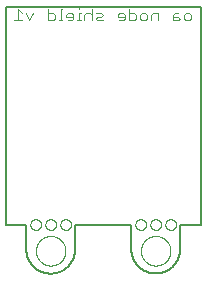
<source format=gbo>
G75*
%MOIN*%
%OFA0B0*%
%FSLAX25Y25*%
%IPPOS*%
%LPD*%
%AMOC8*
5,1,8,0,0,1.08239X$1,22.5*
%
%ADD10C,0.00500*%
%ADD11C,0.00000*%
%ADD12C,0.00300*%
D10*
X0011925Y0010080D02*
X0011925Y0017580D01*
X0005050Y0017580D01*
X0005050Y0090041D01*
X0005050Y0090080D02*
X0070001Y0090080D01*
X0070050Y0090080D02*
X0070050Y0073830D01*
X0070001Y0017580D01*
X0063175Y0017580D01*
X0063175Y0008830D01*
X0063157Y0008632D01*
X0063135Y0008435D01*
X0063108Y0008239D01*
X0063076Y0008043D01*
X0063039Y0007848D01*
X0062997Y0007654D01*
X0062951Y0007461D01*
X0062900Y0007269D01*
X0062845Y0007078D01*
X0062785Y0006889D01*
X0062720Y0006702D01*
X0062650Y0006516D01*
X0062577Y0006331D01*
X0062498Y0006149D01*
X0062416Y0005969D01*
X0062329Y0005790D01*
X0062237Y0005614D01*
X0062141Y0005440D01*
X0062042Y0005269D01*
X0061938Y0005100D01*
X0061830Y0004933D01*
X0061717Y0004770D01*
X0061601Y0004609D01*
X0061481Y0004451D01*
X0061358Y0004296D01*
X0061230Y0004143D01*
X0061099Y0003995D01*
X0060964Y0003849D01*
X0060826Y0003706D01*
X0060684Y0003568D01*
X0060539Y0003432D01*
X0060391Y0003300D01*
X0060239Y0003172D01*
X0060085Y0003047D01*
X0059927Y0002927D01*
X0059767Y0002810D01*
X0059604Y0002697D01*
X0059438Y0002588D01*
X0059269Y0002483D01*
X0059098Y0002383D01*
X0058925Y0002286D01*
X0058749Y0002194D01*
X0058571Y0002106D01*
X0058391Y0002022D01*
X0058209Y0001943D01*
X0058025Y0001869D01*
X0057840Y0001798D01*
X0057653Y0001733D01*
X0057464Y0001672D01*
X0057273Y0001615D01*
X0057082Y0001563D01*
X0056889Y0001516D01*
X0056695Y0001474D01*
X0056500Y0001436D01*
X0056305Y0001403D01*
X0056108Y0001375D01*
X0055911Y0001352D01*
X0055714Y0001333D01*
X0055516Y0001319D01*
X0055317Y0001310D01*
X0055119Y0001306D01*
X0054921Y0001307D01*
X0054722Y0001313D01*
X0054524Y0001323D01*
X0054326Y0001338D01*
X0054129Y0001358D01*
X0053932Y0001383D01*
X0053736Y0001413D01*
X0053540Y0001447D01*
X0053346Y0001486D01*
X0053152Y0001530D01*
X0052960Y0001579D01*
X0052768Y0001632D01*
X0052579Y0001690D01*
X0052390Y0001752D01*
X0052203Y0001819D01*
X0052018Y0001891D01*
X0051835Y0001967D01*
X0051654Y0002047D01*
X0051474Y0002132D01*
X0051297Y0002222D01*
X0051122Y0002315D01*
X0050949Y0002413D01*
X0050779Y0002515D01*
X0050611Y0002621D01*
X0050446Y0002731D01*
X0050284Y0002845D01*
X0050124Y0002963D01*
X0049968Y0003085D01*
X0049814Y0003211D01*
X0049664Y0003340D01*
X0049516Y0003473D01*
X0049372Y0003610D01*
X0049232Y0003750D01*
X0049094Y0003893D01*
X0048961Y0004040D01*
X0048831Y0004189D01*
X0048704Y0004342D01*
X0048582Y0004499D01*
X0048463Y0004657D01*
X0048348Y0004819D01*
X0048237Y0004984D01*
X0048130Y0005151D01*
X0048028Y0005321D01*
X0047929Y0005493D01*
X0047835Y0005668D01*
X0047744Y0005845D01*
X0047659Y0006024D01*
X0047577Y0006205D01*
X0047500Y0006387D01*
X0047428Y0006572D01*
X0047360Y0006759D01*
X0047297Y0006947D01*
X0047238Y0007136D01*
X0047184Y0007327D01*
X0047134Y0007519D01*
X0047089Y0007713D01*
X0047049Y0007907D01*
X0047014Y0008102D01*
X0046983Y0008298D01*
X0046958Y0008495D01*
X0046937Y0008693D01*
X0046921Y0008890D01*
X0046909Y0009088D01*
X0046903Y0009287D01*
X0046901Y0009485D01*
X0046904Y0009684D01*
X0046912Y0009882D01*
X0046925Y0010080D01*
X0046925Y0017580D01*
X0028175Y0017580D01*
X0028175Y0010080D01*
X0028189Y0009881D01*
X0028198Y0009681D01*
X0028203Y0009482D01*
X0028202Y0009282D01*
X0028197Y0009082D01*
X0028186Y0008883D01*
X0028171Y0008683D01*
X0028151Y0008485D01*
X0028126Y0008286D01*
X0028096Y0008089D01*
X0028062Y0007892D01*
X0028022Y0007696D01*
X0027978Y0007502D01*
X0027929Y0007308D01*
X0027875Y0007115D01*
X0027817Y0006924D01*
X0027754Y0006735D01*
X0027686Y0006547D01*
X0027614Y0006361D01*
X0027537Y0006176D01*
X0027456Y0005994D01*
X0027370Y0005813D01*
X0027280Y0005635D01*
X0027186Y0005459D01*
X0027087Y0005285D01*
X0026984Y0005114D01*
X0026877Y0004946D01*
X0026765Y0004780D01*
X0026650Y0004617D01*
X0026531Y0004456D01*
X0026408Y0004299D01*
X0026281Y0004145D01*
X0026150Y0003994D01*
X0026016Y0003846D01*
X0025878Y0003701D01*
X0025736Y0003560D01*
X0025591Y0003423D01*
X0025443Y0003289D01*
X0025292Y0003158D01*
X0025137Y0003032D01*
X0024980Y0002909D01*
X0024819Y0002790D01*
X0024656Y0002676D01*
X0024489Y0002565D01*
X0024321Y0002458D01*
X0024149Y0002355D01*
X0023975Y0002257D01*
X0023799Y0002163D01*
X0023620Y0002073D01*
X0023440Y0001988D01*
X0023257Y0001907D01*
X0023073Y0001831D01*
X0022886Y0001759D01*
X0022698Y0001692D01*
X0022508Y0001629D01*
X0022317Y0001572D01*
X0022125Y0001518D01*
X0021931Y0001470D01*
X0021736Y0001426D01*
X0021540Y0001387D01*
X0021343Y0001353D01*
X0021145Y0001324D01*
X0020947Y0001300D01*
X0020748Y0001280D01*
X0020549Y0001265D01*
X0020350Y0001256D01*
X0020150Y0001251D01*
X0019950Y0001251D01*
X0019750Y0001256D01*
X0019551Y0001265D01*
X0019352Y0001280D01*
X0019153Y0001300D01*
X0018955Y0001324D01*
X0018757Y0001353D01*
X0018560Y0001387D01*
X0018364Y0001426D01*
X0018169Y0001470D01*
X0017975Y0001518D01*
X0017783Y0001572D01*
X0017592Y0001629D01*
X0017402Y0001692D01*
X0017214Y0001759D01*
X0017027Y0001831D01*
X0016843Y0001907D01*
X0016660Y0001988D01*
X0016480Y0002073D01*
X0016301Y0002163D01*
X0016125Y0002257D01*
X0015951Y0002355D01*
X0015779Y0002458D01*
X0015611Y0002565D01*
X0015444Y0002676D01*
X0015281Y0002790D01*
X0015120Y0002909D01*
X0014963Y0003032D01*
X0014808Y0003158D01*
X0014657Y0003289D01*
X0014509Y0003423D01*
X0014364Y0003560D01*
X0014222Y0003701D01*
X0014084Y0003846D01*
X0013950Y0003994D01*
X0013819Y0004145D01*
X0013692Y0004299D01*
X0013569Y0004456D01*
X0013450Y0004617D01*
X0013335Y0004780D01*
X0013223Y0004946D01*
X0013116Y0005114D01*
X0013013Y0005285D01*
X0012914Y0005459D01*
X0012820Y0005635D01*
X0012730Y0005813D01*
X0012644Y0005994D01*
X0012563Y0006176D01*
X0012486Y0006361D01*
X0012414Y0006547D01*
X0012346Y0006735D01*
X0012283Y0006924D01*
X0012225Y0007115D01*
X0012171Y0007308D01*
X0012122Y0007502D01*
X0012078Y0007696D01*
X0012038Y0007892D01*
X0012004Y0008089D01*
X0011974Y0008286D01*
X0011949Y0008485D01*
X0011929Y0008683D01*
X0011914Y0008883D01*
X0011903Y0009082D01*
X0011898Y0009282D01*
X0011897Y0009482D01*
X0011902Y0009681D01*
X0011911Y0009881D01*
X0011925Y0010080D01*
D11*
X0013278Y0017580D02*
X0013280Y0017664D01*
X0013286Y0017747D01*
X0013296Y0017830D01*
X0013310Y0017913D01*
X0013327Y0017995D01*
X0013349Y0018076D01*
X0013374Y0018155D01*
X0013403Y0018234D01*
X0013436Y0018311D01*
X0013472Y0018386D01*
X0013512Y0018460D01*
X0013555Y0018532D01*
X0013602Y0018601D01*
X0013652Y0018668D01*
X0013705Y0018733D01*
X0013761Y0018795D01*
X0013819Y0018855D01*
X0013881Y0018912D01*
X0013945Y0018965D01*
X0014012Y0019016D01*
X0014081Y0019063D01*
X0014152Y0019108D01*
X0014225Y0019148D01*
X0014300Y0019185D01*
X0014377Y0019219D01*
X0014455Y0019249D01*
X0014534Y0019275D01*
X0014615Y0019298D01*
X0014697Y0019316D01*
X0014779Y0019331D01*
X0014862Y0019342D01*
X0014945Y0019349D01*
X0015029Y0019352D01*
X0015113Y0019351D01*
X0015196Y0019346D01*
X0015280Y0019337D01*
X0015362Y0019324D01*
X0015444Y0019308D01*
X0015525Y0019287D01*
X0015606Y0019263D01*
X0015684Y0019235D01*
X0015762Y0019203D01*
X0015838Y0019167D01*
X0015912Y0019128D01*
X0015984Y0019086D01*
X0016054Y0019040D01*
X0016122Y0018991D01*
X0016187Y0018939D01*
X0016250Y0018884D01*
X0016310Y0018826D01*
X0016368Y0018765D01*
X0016422Y0018701D01*
X0016474Y0018635D01*
X0016522Y0018567D01*
X0016567Y0018496D01*
X0016608Y0018423D01*
X0016647Y0018349D01*
X0016681Y0018273D01*
X0016712Y0018195D01*
X0016739Y0018116D01*
X0016763Y0018035D01*
X0016782Y0017954D01*
X0016798Y0017872D01*
X0016810Y0017789D01*
X0016818Y0017705D01*
X0016822Y0017622D01*
X0016822Y0017538D01*
X0016818Y0017455D01*
X0016810Y0017371D01*
X0016798Y0017288D01*
X0016782Y0017206D01*
X0016763Y0017125D01*
X0016739Y0017044D01*
X0016712Y0016965D01*
X0016681Y0016887D01*
X0016647Y0016811D01*
X0016608Y0016737D01*
X0016567Y0016664D01*
X0016522Y0016593D01*
X0016474Y0016525D01*
X0016422Y0016459D01*
X0016368Y0016395D01*
X0016310Y0016334D01*
X0016250Y0016276D01*
X0016187Y0016221D01*
X0016122Y0016169D01*
X0016054Y0016120D01*
X0015984Y0016074D01*
X0015912Y0016032D01*
X0015838Y0015993D01*
X0015762Y0015957D01*
X0015684Y0015925D01*
X0015606Y0015897D01*
X0015525Y0015873D01*
X0015444Y0015852D01*
X0015362Y0015836D01*
X0015280Y0015823D01*
X0015196Y0015814D01*
X0015113Y0015809D01*
X0015029Y0015808D01*
X0014945Y0015811D01*
X0014862Y0015818D01*
X0014779Y0015829D01*
X0014697Y0015844D01*
X0014615Y0015862D01*
X0014534Y0015885D01*
X0014455Y0015911D01*
X0014377Y0015941D01*
X0014300Y0015975D01*
X0014225Y0016012D01*
X0014152Y0016052D01*
X0014081Y0016097D01*
X0014012Y0016144D01*
X0013945Y0016195D01*
X0013881Y0016248D01*
X0013819Y0016305D01*
X0013761Y0016365D01*
X0013705Y0016427D01*
X0013652Y0016492D01*
X0013602Y0016559D01*
X0013555Y0016628D01*
X0013512Y0016700D01*
X0013472Y0016774D01*
X0013436Y0016849D01*
X0013403Y0016926D01*
X0013374Y0017005D01*
X0013349Y0017084D01*
X0013327Y0017165D01*
X0013310Y0017247D01*
X0013296Y0017330D01*
X0013286Y0017413D01*
X0013280Y0017496D01*
X0013278Y0017580D01*
X0018278Y0017580D02*
X0018280Y0017664D01*
X0018286Y0017747D01*
X0018296Y0017830D01*
X0018310Y0017913D01*
X0018327Y0017995D01*
X0018349Y0018076D01*
X0018374Y0018155D01*
X0018403Y0018234D01*
X0018436Y0018311D01*
X0018472Y0018386D01*
X0018512Y0018460D01*
X0018555Y0018532D01*
X0018602Y0018601D01*
X0018652Y0018668D01*
X0018705Y0018733D01*
X0018761Y0018795D01*
X0018819Y0018855D01*
X0018881Y0018912D01*
X0018945Y0018965D01*
X0019012Y0019016D01*
X0019081Y0019063D01*
X0019152Y0019108D01*
X0019225Y0019148D01*
X0019300Y0019185D01*
X0019377Y0019219D01*
X0019455Y0019249D01*
X0019534Y0019275D01*
X0019615Y0019298D01*
X0019697Y0019316D01*
X0019779Y0019331D01*
X0019862Y0019342D01*
X0019945Y0019349D01*
X0020029Y0019352D01*
X0020113Y0019351D01*
X0020196Y0019346D01*
X0020280Y0019337D01*
X0020362Y0019324D01*
X0020444Y0019308D01*
X0020525Y0019287D01*
X0020606Y0019263D01*
X0020684Y0019235D01*
X0020762Y0019203D01*
X0020838Y0019167D01*
X0020912Y0019128D01*
X0020984Y0019086D01*
X0021054Y0019040D01*
X0021122Y0018991D01*
X0021187Y0018939D01*
X0021250Y0018884D01*
X0021310Y0018826D01*
X0021368Y0018765D01*
X0021422Y0018701D01*
X0021474Y0018635D01*
X0021522Y0018567D01*
X0021567Y0018496D01*
X0021608Y0018423D01*
X0021647Y0018349D01*
X0021681Y0018273D01*
X0021712Y0018195D01*
X0021739Y0018116D01*
X0021763Y0018035D01*
X0021782Y0017954D01*
X0021798Y0017872D01*
X0021810Y0017789D01*
X0021818Y0017705D01*
X0021822Y0017622D01*
X0021822Y0017538D01*
X0021818Y0017455D01*
X0021810Y0017371D01*
X0021798Y0017288D01*
X0021782Y0017206D01*
X0021763Y0017125D01*
X0021739Y0017044D01*
X0021712Y0016965D01*
X0021681Y0016887D01*
X0021647Y0016811D01*
X0021608Y0016737D01*
X0021567Y0016664D01*
X0021522Y0016593D01*
X0021474Y0016525D01*
X0021422Y0016459D01*
X0021368Y0016395D01*
X0021310Y0016334D01*
X0021250Y0016276D01*
X0021187Y0016221D01*
X0021122Y0016169D01*
X0021054Y0016120D01*
X0020984Y0016074D01*
X0020912Y0016032D01*
X0020838Y0015993D01*
X0020762Y0015957D01*
X0020684Y0015925D01*
X0020606Y0015897D01*
X0020525Y0015873D01*
X0020444Y0015852D01*
X0020362Y0015836D01*
X0020280Y0015823D01*
X0020196Y0015814D01*
X0020113Y0015809D01*
X0020029Y0015808D01*
X0019945Y0015811D01*
X0019862Y0015818D01*
X0019779Y0015829D01*
X0019697Y0015844D01*
X0019615Y0015862D01*
X0019534Y0015885D01*
X0019455Y0015911D01*
X0019377Y0015941D01*
X0019300Y0015975D01*
X0019225Y0016012D01*
X0019152Y0016052D01*
X0019081Y0016097D01*
X0019012Y0016144D01*
X0018945Y0016195D01*
X0018881Y0016248D01*
X0018819Y0016305D01*
X0018761Y0016365D01*
X0018705Y0016427D01*
X0018652Y0016492D01*
X0018602Y0016559D01*
X0018555Y0016628D01*
X0018512Y0016700D01*
X0018472Y0016774D01*
X0018436Y0016849D01*
X0018403Y0016926D01*
X0018374Y0017005D01*
X0018349Y0017084D01*
X0018327Y0017165D01*
X0018310Y0017247D01*
X0018296Y0017330D01*
X0018286Y0017413D01*
X0018280Y0017496D01*
X0018278Y0017580D01*
X0023278Y0017580D02*
X0023280Y0017664D01*
X0023286Y0017747D01*
X0023296Y0017830D01*
X0023310Y0017913D01*
X0023327Y0017995D01*
X0023349Y0018076D01*
X0023374Y0018155D01*
X0023403Y0018234D01*
X0023436Y0018311D01*
X0023472Y0018386D01*
X0023512Y0018460D01*
X0023555Y0018532D01*
X0023602Y0018601D01*
X0023652Y0018668D01*
X0023705Y0018733D01*
X0023761Y0018795D01*
X0023819Y0018855D01*
X0023881Y0018912D01*
X0023945Y0018965D01*
X0024012Y0019016D01*
X0024081Y0019063D01*
X0024152Y0019108D01*
X0024225Y0019148D01*
X0024300Y0019185D01*
X0024377Y0019219D01*
X0024455Y0019249D01*
X0024534Y0019275D01*
X0024615Y0019298D01*
X0024697Y0019316D01*
X0024779Y0019331D01*
X0024862Y0019342D01*
X0024945Y0019349D01*
X0025029Y0019352D01*
X0025113Y0019351D01*
X0025196Y0019346D01*
X0025280Y0019337D01*
X0025362Y0019324D01*
X0025444Y0019308D01*
X0025525Y0019287D01*
X0025606Y0019263D01*
X0025684Y0019235D01*
X0025762Y0019203D01*
X0025838Y0019167D01*
X0025912Y0019128D01*
X0025984Y0019086D01*
X0026054Y0019040D01*
X0026122Y0018991D01*
X0026187Y0018939D01*
X0026250Y0018884D01*
X0026310Y0018826D01*
X0026368Y0018765D01*
X0026422Y0018701D01*
X0026474Y0018635D01*
X0026522Y0018567D01*
X0026567Y0018496D01*
X0026608Y0018423D01*
X0026647Y0018349D01*
X0026681Y0018273D01*
X0026712Y0018195D01*
X0026739Y0018116D01*
X0026763Y0018035D01*
X0026782Y0017954D01*
X0026798Y0017872D01*
X0026810Y0017789D01*
X0026818Y0017705D01*
X0026822Y0017622D01*
X0026822Y0017538D01*
X0026818Y0017455D01*
X0026810Y0017371D01*
X0026798Y0017288D01*
X0026782Y0017206D01*
X0026763Y0017125D01*
X0026739Y0017044D01*
X0026712Y0016965D01*
X0026681Y0016887D01*
X0026647Y0016811D01*
X0026608Y0016737D01*
X0026567Y0016664D01*
X0026522Y0016593D01*
X0026474Y0016525D01*
X0026422Y0016459D01*
X0026368Y0016395D01*
X0026310Y0016334D01*
X0026250Y0016276D01*
X0026187Y0016221D01*
X0026122Y0016169D01*
X0026054Y0016120D01*
X0025984Y0016074D01*
X0025912Y0016032D01*
X0025838Y0015993D01*
X0025762Y0015957D01*
X0025684Y0015925D01*
X0025606Y0015897D01*
X0025525Y0015873D01*
X0025444Y0015852D01*
X0025362Y0015836D01*
X0025280Y0015823D01*
X0025196Y0015814D01*
X0025113Y0015809D01*
X0025029Y0015808D01*
X0024945Y0015811D01*
X0024862Y0015818D01*
X0024779Y0015829D01*
X0024697Y0015844D01*
X0024615Y0015862D01*
X0024534Y0015885D01*
X0024455Y0015911D01*
X0024377Y0015941D01*
X0024300Y0015975D01*
X0024225Y0016012D01*
X0024152Y0016052D01*
X0024081Y0016097D01*
X0024012Y0016144D01*
X0023945Y0016195D01*
X0023881Y0016248D01*
X0023819Y0016305D01*
X0023761Y0016365D01*
X0023705Y0016427D01*
X0023652Y0016492D01*
X0023602Y0016559D01*
X0023555Y0016628D01*
X0023512Y0016700D01*
X0023472Y0016774D01*
X0023436Y0016849D01*
X0023403Y0016926D01*
X0023374Y0017005D01*
X0023349Y0017084D01*
X0023327Y0017165D01*
X0023310Y0017247D01*
X0023296Y0017330D01*
X0023286Y0017413D01*
X0023280Y0017496D01*
X0023278Y0017580D01*
X0015129Y0008830D02*
X0015131Y0008970D01*
X0015137Y0009110D01*
X0015147Y0009249D01*
X0015161Y0009388D01*
X0015179Y0009527D01*
X0015200Y0009665D01*
X0015226Y0009803D01*
X0015256Y0009940D01*
X0015289Y0010075D01*
X0015327Y0010210D01*
X0015368Y0010344D01*
X0015413Y0010477D01*
X0015461Y0010608D01*
X0015514Y0010737D01*
X0015570Y0010866D01*
X0015629Y0010992D01*
X0015693Y0011117D01*
X0015759Y0011240D01*
X0015830Y0011361D01*
X0015903Y0011480D01*
X0015980Y0011597D01*
X0016061Y0011711D01*
X0016144Y0011823D01*
X0016231Y0011933D01*
X0016321Y0012041D01*
X0016413Y0012145D01*
X0016509Y0012247D01*
X0016608Y0012347D01*
X0016709Y0012443D01*
X0016813Y0012537D01*
X0016920Y0012627D01*
X0017029Y0012714D01*
X0017141Y0012799D01*
X0017255Y0012880D01*
X0017371Y0012958D01*
X0017489Y0013032D01*
X0017610Y0013103D01*
X0017732Y0013171D01*
X0017857Y0013235D01*
X0017983Y0013296D01*
X0018110Y0013353D01*
X0018240Y0013406D01*
X0018371Y0013456D01*
X0018503Y0013501D01*
X0018636Y0013544D01*
X0018771Y0013582D01*
X0018906Y0013616D01*
X0019043Y0013647D01*
X0019180Y0013674D01*
X0019318Y0013696D01*
X0019457Y0013715D01*
X0019596Y0013730D01*
X0019735Y0013741D01*
X0019875Y0013748D01*
X0020015Y0013751D01*
X0020155Y0013750D01*
X0020295Y0013745D01*
X0020434Y0013736D01*
X0020574Y0013723D01*
X0020713Y0013706D01*
X0020851Y0013685D01*
X0020989Y0013661D01*
X0021126Y0013632D01*
X0021262Y0013600D01*
X0021397Y0013563D01*
X0021531Y0013523D01*
X0021664Y0013479D01*
X0021795Y0013431D01*
X0021925Y0013380D01*
X0022054Y0013325D01*
X0022181Y0013266D01*
X0022306Y0013203D01*
X0022429Y0013138D01*
X0022551Y0013068D01*
X0022670Y0012995D01*
X0022788Y0012919D01*
X0022903Y0012840D01*
X0023016Y0012757D01*
X0023126Y0012671D01*
X0023234Y0012582D01*
X0023339Y0012490D01*
X0023442Y0012395D01*
X0023542Y0012297D01*
X0023639Y0012197D01*
X0023733Y0012093D01*
X0023825Y0011987D01*
X0023913Y0011879D01*
X0023998Y0011768D01*
X0024080Y0011654D01*
X0024159Y0011538D01*
X0024234Y0011421D01*
X0024306Y0011301D01*
X0024374Y0011179D01*
X0024439Y0011055D01*
X0024501Y0010929D01*
X0024559Y0010802D01*
X0024613Y0010673D01*
X0024664Y0010542D01*
X0024710Y0010410D01*
X0024753Y0010277D01*
X0024793Y0010143D01*
X0024828Y0010008D01*
X0024860Y0009871D01*
X0024887Y0009734D01*
X0024911Y0009596D01*
X0024931Y0009458D01*
X0024947Y0009319D01*
X0024959Y0009179D01*
X0024967Y0009040D01*
X0024971Y0008900D01*
X0024971Y0008760D01*
X0024967Y0008620D01*
X0024959Y0008481D01*
X0024947Y0008341D01*
X0024931Y0008202D01*
X0024911Y0008064D01*
X0024887Y0007926D01*
X0024860Y0007789D01*
X0024828Y0007652D01*
X0024793Y0007517D01*
X0024753Y0007383D01*
X0024710Y0007250D01*
X0024664Y0007118D01*
X0024613Y0006987D01*
X0024559Y0006858D01*
X0024501Y0006731D01*
X0024439Y0006605D01*
X0024374Y0006481D01*
X0024306Y0006359D01*
X0024234Y0006239D01*
X0024159Y0006122D01*
X0024080Y0006006D01*
X0023998Y0005892D01*
X0023913Y0005781D01*
X0023825Y0005673D01*
X0023733Y0005567D01*
X0023639Y0005463D01*
X0023542Y0005363D01*
X0023442Y0005265D01*
X0023339Y0005170D01*
X0023234Y0005078D01*
X0023126Y0004989D01*
X0023016Y0004903D01*
X0022903Y0004820D01*
X0022788Y0004741D01*
X0022670Y0004665D01*
X0022551Y0004592D01*
X0022429Y0004522D01*
X0022306Y0004457D01*
X0022181Y0004394D01*
X0022054Y0004335D01*
X0021925Y0004280D01*
X0021795Y0004229D01*
X0021664Y0004181D01*
X0021531Y0004137D01*
X0021397Y0004097D01*
X0021262Y0004060D01*
X0021126Y0004028D01*
X0020989Y0003999D01*
X0020851Y0003975D01*
X0020713Y0003954D01*
X0020574Y0003937D01*
X0020434Y0003924D01*
X0020295Y0003915D01*
X0020155Y0003910D01*
X0020015Y0003909D01*
X0019875Y0003912D01*
X0019735Y0003919D01*
X0019596Y0003930D01*
X0019457Y0003945D01*
X0019318Y0003964D01*
X0019180Y0003986D01*
X0019043Y0004013D01*
X0018906Y0004044D01*
X0018771Y0004078D01*
X0018636Y0004116D01*
X0018503Y0004159D01*
X0018371Y0004204D01*
X0018240Y0004254D01*
X0018110Y0004307D01*
X0017983Y0004364D01*
X0017857Y0004425D01*
X0017732Y0004489D01*
X0017610Y0004557D01*
X0017489Y0004628D01*
X0017371Y0004702D01*
X0017255Y0004780D01*
X0017141Y0004861D01*
X0017029Y0004946D01*
X0016920Y0005033D01*
X0016813Y0005123D01*
X0016709Y0005217D01*
X0016608Y0005313D01*
X0016509Y0005413D01*
X0016413Y0005515D01*
X0016321Y0005619D01*
X0016231Y0005727D01*
X0016144Y0005837D01*
X0016061Y0005949D01*
X0015980Y0006063D01*
X0015903Y0006180D01*
X0015830Y0006299D01*
X0015759Y0006420D01*
X0015693Y0006543D01*
X0015629Y0006668D01*
X0015570Y0006794D01*
X0015514Y0006923D01*
X0015461Y0007052D01*
X0015413Y0007183D01*
X0015368Y0007316D01*
X0015327Y0007450D01*
X0015289Y0007585D01*
X0015256Y0007720D01*
X0015226Y0007857D01*
X0015200Y0007995D01*
X0015179Y0008133D01*
X0015161Y0008272D01*
X0015147Y0008411D01*
X0015137Y0008550D01*
X0015131Y0008690D01*
X0015129Y0008830D01*
X0048278Y0017580D02*
X0048280Y0017664D01*
X0048286Y0017747D01*
X0048296Y0017830D01*
X0048310Y0017913D01*
X0048327Y0017995D01*
X0048349Y0018076D01*
X0048374Y0018155D01*
X0048403Y0018234D01*
X0048436Y0018311D01*
X0048472Y0018386D01*
X0048512Y0018460D01*
X0048555Y0018532D01*
X0048602Y0018601D01*
X0048652Y0018668D01*
X0048705Y0018733D01*
X0048761Y0018795D01*
X0048819Y0018855D01*
X0048881Y0018912D01*
X0048945Y0018965D01*
X0049012Y0019016D01*
X0049081Y0019063D01*
X0049152Y0019108D01*
X0049225Y0019148D01*
X0049300Y0019185D01*
X0049377Y0019219D01*
X0049455Y0019249D01*
X0049534Y0019275D01*
X0049615Y0019298D01*
X0049697Y0019316D01*
X0049779Y0019331D01*
X0049862Y0019342D01*
X0049945Y0019349D01*
X0050029Y0019352D01*
X0050113Y0019351D01*
X0050196Y0019346D01*
X0050280Y0019337D01*
X0050362Y0019324D01*
X0050444Y0019308D01*
X0050525Y0019287D01*
X0050606Y0019263D01*
X0050684Y0019235D01*
X0050762Y0019203D01*
X0050838Y0019167D01*
X0050912Y0019128D01*
X0050984Y0019086D01*
X0051054Y0019040D01*
X0051122Y0018991D01*
X0051187Y0018939D01*
X0051250Y0018884D01*
X0051310Y0018826D01*
X0051368Y0018765D01*
X0051422Y0018701D01*
X0051474Y0018635D01*
X0051522Y0018567D01*
X0051567Y0018496D01*
X0051608Y0018423D01*
X0051647Y0018349D01*
X0051681Y0018273D01*
X0051712Y0018195D01*
X0051739Y0018116D01*
X0051763Y0018035D01*
X0051782Y0017954D01*
X0051798Y0017872D01*
X0051810Y0017789D01*
X0051818Y0017705D01*
X0051822Y0017622D01*
X0051822Y0017538D01*
X0051818Y0017455D01*
X0051810Y0017371D01*
X0051798Y0017288D01*
X0051782Y0017206D01*
X0051763Y0017125D01*
X0051739Y0017044D01*
X0051712Y0016965D01*
X0051681Y0016887D01*
X0051647Y0016811D01*
X0051608Y0016737D01*
X0051567Y0016664D01*
X0051522Y0016593D01*
X0051474Y0016525D01*
X0051422Y0016459D01*
X0051368Y0016395D01*
X0051310Y0016334D01*
X0051250Y0016276D01*
X0051187Y0016221D01*
X0051122Y0016169D01*
X0051054Y0016120D01*
X0050984Y0016074D01*
X0050912Y0016032D01*
X0050838Y0015993D01*
X0050762Y0015957D01*
X0050684Y0015925D01*
X0050606Y0015897D01*
X0050525Y0015873D01*
X0050444Y0015852D01*
X0050362Y0015836D01*
X0050280Y0015823D01*
X0050196Y0015814D01*
X0050113Y0015809D01*
X0050029Y0015808D01*
X0049945Y0015811D01*
X0049862Y0015818D01*
X0049779Y0015829D01*
X0049697Y0015844D01*
X0049615Y0015862D01*
X0049534Y0015885D01*
X0049455Y0015911D01*
X0049377Y0015941D01*
X0049300Y0015975D01*
X0049225Y0016012D01*
X0049152Y0016052D01*
X0049081Y0016097D01*
X0049012Y0016144D01*
X0048945Y0016195D01*
X0048881Y0016248D01*
X0048819Y0016305D01*
X0048761Y0016365D01*
X0048705Y0016427D01*
X0048652Y0016492D01*
X0048602Y0016559D01*
X0048555Y0016628D01*
X0048512Y0016700D01*
X0048472Y0016774D01*
X0048436Y0016849D01*
X0048403Y0016926D01*
X0048374Y0017005D01*
X0048349Y0017084D01*
X0048327Y0017165D01*
X0048310Y0017247D01*
X0048296Y0017330D01*
X0048286Y0017413D01*
X0048280Y0017496D01*
X0048278Y0017580D01*
X0053278Y0017580D02*
X0053280Y0017664D01*
X0053286Y0017747D01*
X0053296Y0017830D01*
X0053310Y0017913D01*
X0053327Y0017995D01*
X0053349Y0018076D01*
X0053374Y0018155D01*
X0053403Y0018234D01*
X0053436Y0018311D01*
X0053472Y0018386D01*
X0053512Y0018460D01*
X0053555Y0018532D01*
X0053602Y0018601D01*
X0053652Y0018668D01*
X0053705Y0018733D01*
X0053761Y0018795D01*
X0053819Y0018855D01*
X0053881Y0018912D01*
X0053945Y0018965D01*
X0054012Y0019016D01*
X0054081Y0019063D01*
X0054152Y0019108D01*
X0054225Y0019148D01*
X0054300Y0019185D01*
X0054377Y0019219D01*
X0054455Y0019249D01*
X0054534Y0019275D01*
X0054615Y0019298D01*
X0054697Y0019316D01*
X0054779Y0019331D01*
X0054862Y0019342D01*
X0054945Y0019349D01*
X0055029Y0019352D01*
X0055113Y0019351D01*
X0055196Y0019346D01*
X0055280Y0019337D01*
X0055362Y0019324D01*
X0055444Y0019308D01*
X0055525Y0019287D01*
X0055606Y0019263D01*
X0055684Y0019235D01*
X0055762Y0019203D01*
X0055838Y0019167D01*
X0055912Y0019128D01*
X0055984Y0019086D01*
X0056054Y0019040D01*
X0056122Y0018991D01*
X0056187Y0018939D01*
X0056250Y0018884D01*
X0056310Y0018826D01*
X0056368Y0018765D01*
X0056422Y0018701D01*
X0056474Y0018635D01*
X0056522Y0018567D01*
X0056567Y0018496D01*
X0056608Y0018423D01*
X0056647Y0018349D01*
X0056681Y0018273D01*
X0056712Y0018195D01*
X0056739Y0018116D01*
X0056763Y0018035D01*
X0056782Y0017954D01*
X0056798Y0017872D01*
X0056810Y0017789D01*
X0056818Y0017705D01*
X0056822Y0017622D01*
X0056822Y0017538D01*
X0056818Y0017455D01*
X0056810Y0017371D01*
X0056798Y0017288D01*
X0056782Y0017206D01*
X0056763Y0017125D01*
X0056739Y0017044D01*
X0056712Y0016965D01*
X0056681Y0016887D01*
X0056647Y0016811D01*
X0056608Y0016737D01*
X0056567Y0016664D01*
X0056522Y0016593D01*
X0056474Y0016525D01*
X0056422Y0016459D01*
X0056368Y0016395D01*
X0056310Y0016334D01*
X0056250Y0016276D01*
X0056187Y0016221D01*
X0056122Y0016169D01*
X0056054Y0016120D01*
X0055984Y0016074D01*
X0055912Y0016032D01*
X0055838Y0015993D01*
X0055762Y0015957D01*
X0055684Y0015925D01*
X0055606Y0015897D01*
X0055525Y0015873D01*
X0055444Y0015852D01*
X0055362Y0015836D01*
X0055280Y0015823D01*
X0055196Y0015814D01*
X0055113Y0015809D01*
X0055029Y0015808D01*
X0054945Y0015811D01*
X0054862Y0015818D01*
X0054779Y0015829D01*
X0054697Y0015844D01*
X0054615Y0015862D01*
X0054534Y0015885D01*
X0054455Y0015911D01*
X0054377Y0015941D01*
X0054300Y0015975D01*
X0054225Y0016012D01*
X0054152Y0016052D01*
X0054081Y0016097D01*
X0054012Y0016144D01*
X0053945Y0016195D01*
X0053881Y0016248D01*
X0053819Y0016305D01*
X0053761Y0016365D01*
X0053705Y0016427D01*
X0053652Y0016492D01*
X0053602Y0016559D01*
X0053555Y0016628D01*
X0053512Y0016700D01*
X0053472Y0016774D01*
X0053436Y0016849D01*
X0053403Y0016926D01*
X0053374Y0017005D01*
X0053349Y0017084D01*
X0053327Y0017165D01*
X0053310Y0017247D01*
X0053296Y0017330D01*
X0053286Y0017413D01*
X0053280Y0017496D01*
X0053278Y0017580D01*
X0058278Y0017580D02*
X0058280Y0017664D01*
X0058286Y0017747D01*
X0058296Y0017830D01*
X0058310Y0017913D01*
X0058327Y0017995D01*
X0058349Y0018076D01*
X0058374Y0018155D01*
X0058403Y0018234D01*
X0058436Y0018311D01*
X0058472Y0018386D01*
X0058512Y0018460D01*
X0058555Y0018532D01*
X0058602Y0018601D01*
X0058652Y0018668D01*
X0058705Y0018733D01*
X0058761Y0018795D01*
X0058819Y0018855D01*
X0058881Y0018912D01*
X0058945Y0018965D01*
X0059012Y0019016D01*
X0059081Y0019063D01*
X0059152Y0019108D01*
X0059225Y0019148D01*
X0059300Y0019185D01*
X0059377Y0019219D01*
X0059455Y0019249D01*
X0059534Y0019275D01*
X0059615Y0019298D01*
X0059697Y0019316D01*
X0059779Y0019331D01*
X0059862Y0019342D01*
X0059945Y0019349D01*
X0060029Y0019352D01*
X0060113Y0019351D01*
X0060196Y0019346D01*
X0060280Y0019337D01*
X0060362Y0019324D01*
X0060444Y0019308D01*
X0060525Y0019287D01*
X0060606Y0019263D01*
X0060684Y0019235D01*
X0060762Y0019203D01*
X0060838Y0019167D01*
X0060912Y0019128D01*
X0060984Y0019086D01*
X0061054Y0019040D01*
X0061122Y0018991D01*
X0061187Y0018939D01*
X0061250Y0018884D01*
X0061310Y0018826D01*
X0061368Y0018765D01*
X0061422Y0018701D01*
X0061474Y0018635D01*
X0061522Y0018567D01*
X0061567Y0018496D01*
X0061608Y0018423D01*
X0061647Y0018349D01*
X0061681Y0018273D01*
X0061712Y0018195D01*
X0061739Y0018116D01*
X0061763Y0018035D01*
X0061782Y0017954D01*
X0061798Y0017872D01*
X0061810Y0017789D01*
X0061818Y0017705D01*
X0061822Y0017622D01*
X0061822Y0017538D01*
X0061818Y0017455D01*
X0061810Y0017371D01*
X0061798Y0017288D01*
X0061782Y0017206D01*
X0061763Y0017125D01*
X0061739Y0017044D01*
X0061712Y0016965D01*
X0061681Y0016887D01*
X0061647Y0016811D01*
X0061608Y0016737D01*
X0061567Y0016664D01*
X0061522Y0016593D01*
X0061474Y0016525D01*
X0061422Y0016459D01*
X0061368Y0016395D01*
X0061310Y0016334D01*
X0061250Y0016276D01*
X0061187Y0016221D01*
X0061122Y0016169D01*
X0061054Y0016120D01*
X0060984Y0016074D01*
X0060912Y0016032D01*
X0060838Y0015993D01*
X0060762Y0015957D01*
X0060684Y0015925D01*
X0060606Y0015897D01*
X0060525Y0015873D01*
X0060444Y0015852D01*
X0060362Y0015836D01*
X0060280Y0015823D01*
X0060196Y0015814D01*
X0060113Y0015809D01*
X0060029Y0015808D01*
X0059945Y0015811D01*
X0059862Y0015818D01*
X0059779Y0015829D01*
X0059697Y0015844D01*
X0059615Y0015862D01*
X0059534Y0015885D01*
X0059455Y0015911D01*
X0059377Y0015941D01*
X0059300Y0015975D01*
X0059225Y0016012D01*
X0059152Y0016052D01*
X0059081Y0016097D01*
X0059012Y0016144D01*
X0058945Y0016195D01*
X0058881Y0016248D01*
X0058819Y0016305D01*
X0058761Y0016365D01*
X0058705Y0016427D01*
X0058652Y0016492D01*
X0058602Y0016559D01*
X0058555Y0016628D01*
X0058512Y0016700D01*
X0058472Y0016774D01*
X0058436Y0016849D01*
X0058403Y0016926D01*
X0058374Y0017005D01*
X0058349Y0017084D01*
X0058327Y0017165D01*
X0058310Y0017247D01*
X0058296Y0017330D01*
X0058286Y0017413D01*
X0058280Y0017496D01*
X0058278Y0017580D01*
X0050129Y0008830D02*
X0050131Y0008970D01*
X0050137Y0009110D01*
X0050147Y0009249D01*
X0050161Y0009388D01*
X0050179Y0009527D01*
X0050200Y0009665D01*
X0050226Y0009803D01*
X0050256Y0009940D01*
X0050289Y0010075D01*
X0050327Y0010210D01*
X0050368Y0010344D01*
X0050413Y0010477D01*
X0050461Y0010608D01*
X0050514Y0010737D01*
X0050570Y0010866D01*
X0050629Y0010992D01*
X0050693Y0011117D01*
X0050759Y0011240D01*
X0050830Y0011361D01*
X0050903Y0011480D01*
X0050980Y0011597D01*
X0051061Y0011711D01*
X0051144Y0011823D01*
X0051231Y0011933D01*
X0051321Y0012041D01*
X0051413Y0012145D01*
X0051509Y0012247D01*
X0051608Y0012347D01*
X0051709Y0012443D01*
X0051813Y0012537D01*
X0051920Y0012627D01*
X0052029Y0012714D01*
X0052141Y0012799D01*
X0052255Y0012880D01*
X0052371Y0012958D01*
X0052489Y0013032D01*
X0052610Y0013103D01*
X0052732Y0013171D01*
X0052857Y0013235D01*
X0052983Y0013296D01*
X0053110Y0013353D01*
X0053240Y0013406D01*
X0053371Y0013456D01*
X0053503Y0013501D01*
X0053636Y0013544D01*
X0053771Y0013582D01*
X0053906Y0013616D01*
X0054043Y0013647D01*
X0054180Y0013674D01*
X0054318Y0013696D01*
X0054457Y0013715D01*
X0054596Y0013730D01*
X0054735Y0013741D01*
X0054875Y0013748D01*
X0055015Y0013751D01*
X0055155Y0013750D01*
X0055295Y0013745D01*
X0055434Y0013736D01*
X0055574Y0013723D01*
X0055713Y0013706D01*
X0055851Y0013685D01*
X0055989Y0013661D01*
X0056126Y0013632D01*
X0056262Y0013600D01*
X0056397Y0013563D01*
X0056531Y0013523D01*
X0056664Y0013479D01*
X0056795Y0013431D01*
X0056925Y0013380D01*
X0057054Y0013325D01*
X0057181Y0013266D01*
X0057306Y0013203D01*
X0057429Y0013138D01*
X0057551Y0013068D01*
X0057670Y0012995D01*
X0057788Y0012919D01*
X0057903Y0012840D01*
X0058016Y0012757D01*
X0058126Y0012671D01*
X0058234Y0012582D01*
X0058339Y0012490D01*
X0058442Y0012395D01*
X0058542Y0012297D01*
X0058639Y0012197D01*
X0058733Y0012093D01*
X0058825Y0011987D01*
X0058913Y0011879D01*
X0058998Y0011768D01*
X0059080Y0011654D01*
X0059159Y0011538D01*
X0059234Y0011421D01*
X0059306Y0011301D01*
X0059374Y0011179D01*
X0059439Y0011055D01*
X0059501Y0010929D01*
X0059559Y0010802D01*
X0059613Y0010673D01*
X0059664Y0010542D01*
X0059710Y0010410D01*
X0059753Y0010277D01*
X0059793Y0010143D01*
X0059828Y0010008D01*
X0059860Y0009871D01*
X0059887Y0009734D01*
X0059911Y0009596D01*
X0059931Y0009458D01*
X0059947Y0009319D01*
X0059959Y0009179D01*
X0059967Y0009040D01*
X0059971Y0008900D01*
X0059971Y0008760D01*
X0059967Y0008620D01*
X0059959Y0008481D01*
X0059947Y0008341D01*
X0059931Y0008202D01*
X0059911Y0008064D01*
X0059887Y0007926D01*
X0059860Y0007789D01*
X0059828Y0007652D01*
X0059793Y0007517D01*
X0059753Y0007383D01*
X0059710Y0007250D01*
X0059664Y0007118D01*
X0059613Y0006987D01*
X0059559Y0006858D01*
X0059501Y0006731D01*
X0059439Y0006605D01*
X0059374Y0006481D01*
X0059306Y0006359D01*
X0059234Y0006239D01*
X0059159Y0006122D01*
X0059080Y0006006D01*
X0058998Y0005892D01*
X0058913Y0005781D01*
X0058825Y0005673D01*
X0058733Y0005567D01*
X0058639Y0005463D01*
X0058542Y0005363D01*
X0058442Y0005265D01*
X0058339Y0005170D01*
X0058234Y0005078D01*
X0058126Y0004989D01*
X0058016Y0004903D01*
X0057903Y0004820D01*
X0057788Y0004741D01*
X0057670Y0004665D01*
X0057551Y0004592D01*
X0057429Y0004522D01*
X0057306Y0004457D01*
X0057181Y0004394D01*
X0057054Y0004335D01*
X0056925Y0004280D01*
X0056795Y0004229D01*
X0056664Y0004181D01*
X0056531Y0004137D01*
X0056397Y0004097D01*
X0056262Y0004060D01*
X0056126Y0004028D01*
X0055989Y0003999D01*
X0055851Y0003975D01*
X0055713Y0003954D01*
X0055574Y0003937D01*
X0055434Y0003924D01*
X0055295Y0003915D01*
X0055155Y0003910D01*
X0055015Y0003909D01*
X0054875Y0003912D01*
X0054735Y0003919D01*
X0054596Y0003930D01*
X0054457Y0003945D01*
X0054318Y0003964D01*
X0054180Y0003986D01*
X0054043Y0004013D01*
X0053906Y0004044D01*
X0053771Y0004078D01*
X0053636Y0004116D01*
X0053503Y0004159D01*
X0053371Y0004204D01*
X0053240Y0004254D01*
X0053110Y0004307D01*
X0052983Y0004364D01*
X0052857Y0004425D01*
X0052732Y0004489D01*
X0052610Y0004557D01*
X0052489Y0004628D01*
X0052371Y0004702D01*
X0052255Y0004780D01*
X0052141Y0004861D01*
X0052029Y0004946D01*
X0051920Y0005033D01*
X0051813Y0005123D01*
X0051709Y0005217D01*
X0051608Y0005313D01*
X0051509Y0005413D01*
X0051413Y0005515D01*
X0051321Y0005619D01*
X0051231Y0005727D01*
X0051144Y0005837D01*
X0051061Y0005949D01*
X0050980Y0006063D01*
X0050903Y0006180D01*
X0050830Y0006299D01*
X0050759Y0006420D01*
X0050693Y0006543D01*
X0050629Y0006668D01*
X0050570Y0006794D01*
X0050514Y0006923D01*
X0050461Y0007052D01*
X0050413Y0007183D01*
X0050368Y0007316D01*
X0050327Y0007450D01*
X0050289Y0007585D01*
X0050256Y0007720D01*
X0050226Y0007857D01*
X0050200Y0007995D01*
X0050179Y0008133D01*
X0050161Y0008272D01*
X0050147Y0008411D01*
X0050137Y0008550D01*
X0050131Y0008690D01*
X0050129Y0008830D01*
D12*
X0050349Y0085605D02*
X0049732Y0086222D01*
X0049732Y0087457D01*
X0050349Y0088074D01*
X0051583Y0088074D01*
X0052201Y0087457D01*
X0052201Y0086222D01*
X0051583Y0085605D01*
X0050349Y0085605D01*
X0048517Y0086222D02*
X0048517Y0087457D01*
X0047900Y0088074D01*
X0046049Y0088074D01*
X0046049Y0089308D02*
X0046049Y0085605D01*
X0047900Y0085605D01*
X0048517Y0086222D01*
X0044834Y0086222D02*
X0044834Y0087457D01*
X0044217Y0088074D01*
X0042983Y0088074D01*
X0042365Y0087457D01*
X0042365Y0086840D01*
X0044834Y0086840D01*
X0044834Y0086222D02*
X0044217Y0085605D01*
X0042983Y0085605D01*
X0037468Y0085605D02*
X0035616Y0085605D01*
X0034999Y0086222D01*
X0035616Y0086840D01*
X0036851Y0086840D01*
X0037468Y0087457D01*
X0036851Y0088074D01*
X0034999Y0088074D01*
X0033785Y0087457D02*
X0033168Y0088074D01*
X0031933Y0088074D01*
X0031316Y0087457D01*
X0031316Y0085605D01*
X0030102Y0085605D02*
X0028867Y0085605D01*
X0029484Y0085605D02*
X0029484Y0088074D01*
X0030102Y0088074D01*
X0029484Y0089308D02*
X0029484Y0089926D01*
X0027029Y0088074D02*
X0027646Y0087457D01*
X0027646Y0086222D01*
X0027029Y0085605D01*
X0025795Y0085605D01*
X0025177Y0086840D02*
X0027646Y0086840D01*
X0027029Y0088074D02*
X0025795Y0088074D01*
X0025177Y0087457D01*
X0025177Y0086840D01*
X0023963Y0085605D02*
X0022729Y0085605D01*
X0023346Y0085605D02*
X0023346Y0089308D01*
X0023963Y0089308D01*
X0021508Y0087457D02*
X0021508Y0086222D01*
X0020890Y0085605D01*
X0019039Y0085605D01*
X0019039Y0089308D01*
X0019039Y0088074D02*
X0020890Y0088074D01*
X0021508Y0087457D01*
X0014141Y0088074D02*
X0012907Y0085605D01*
X0011673Y0088074D01*
X0010458Y0088074D02*
X0009224Y0089308D01*
X0009224Y0085605D01*
X0010458Y0085605D02*
X0007989Y0085605D01*
X0033785Y0085605D02*
X0033785Y0089308D01*
X0053415Y0087457D02*
X0053415Y0085605D01*
X0053415Y0087457D02*
X0054032Y0088074D01*
X0055884Y0088074D01*
X0055884Y0085605D01*
X0060781Y0085605D02*
X0062633Y0085605D01*
X0063250Y0086222D01*
X0062633Y0086840D01*
X0060781Y0086840D01*
X0060781Y0087457D02*
X0060781Y0085605D01*
X0060781Y0087457D02*
X0061398Y0088074D01*
X0062633Y0088074D01*
X0064464Y0087457D02*
X0064464Y0086222D01*
X0065082Y0085605D01*
X0066316Y0085605D01*
X0066933Y0086222D01*
X0066933Y0087457D01*
X0066316Y0088074D01*
X0065082Y0088074D01*
X0064464Y0087457D01*
M02*

</source>
